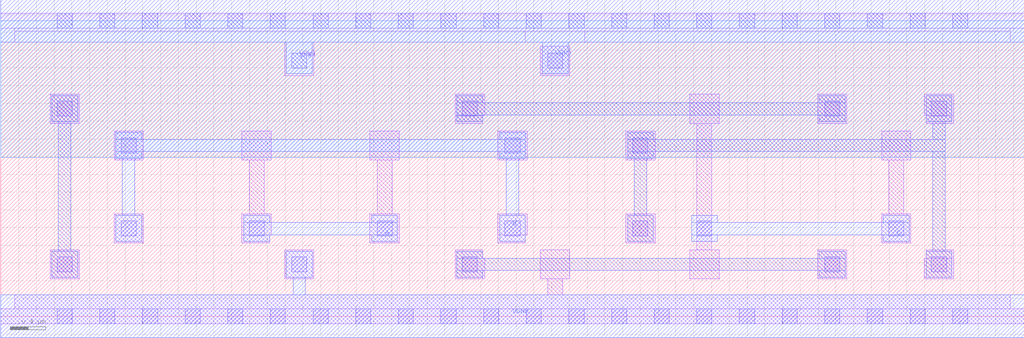
<source format=lef>
VERSION 5.7 ;
  NOWIREEXTENSIONATPIN ON ;
  DIVIDERCHAR "/" ;
  BUSBITCHARS "[]" ;
MACRO SUTHERLAND1989
  CLASS CORE ;
  FOREIGN SUTHERLAND1989 ;
  ORIGIN 0.000 0.000 ;
  SIZE 11.520 BY 3.330 ;
  SYMMETRY X Y ;
  SITE unit ;
  PIN A
    ANTENNAGATEAREA 0.378000 ;
    PORT
      LAYER met1 ;
        RECT 2.735 1.060 3.025 1.135 ;
        RECT 4.175 1.060 4.465 1.135 ;
        RECT 2.735 0.920 4.465 1.060 ;
        RECT 2.735 0.845 3.025 0.920 ;
        RECT 4.175 0.845 4.465 0.920 ;
    END
  END A
  PIN B
    ANTENNAGATEAREA 0.378000 ;
    PORT
      LAYER met1 ;
        RECT 1.295 1.995 1.585 2.070 ;
        RECT 5.615 1.995 5.905 2.070 ;
        RECT 1.295 1.855 5.905 1.995 ;
        RECT 1.295 1.780 1.585 1.855 ;
        RECT 5.615 1.780 5.905 1.855 ;
        RECT 1.370 1.135 1.510 1.780 ;
        RECT 5.690 1.135 5.830 1.780 ;
        RECT 1.295 0.845 1.585 1.135 ;
        RECT 5.615 0.845 5.905 1.135 ;
    END
  END B
  PIN C
    ANTENNAGATEAREA 0.189000 ;
    ANTENNADIFFAREA 1.031650 ;
    PORT
      LAYER met1 ;
        RECT 7.775 1.060 8.065 1.135 ;
        RECT 9.935 1.060 10.225 1.135 ;
        RECT 7.775 0.920 10.225 1.060 ;
        RECT 7.775 0.845 8.065 0.920 ;
        RECT 9.935 0.845 10.225 0.920 ;
    END
  END C
  PIN VGND
    ANTENNADIFFAREA 1.124200 ;
    PORT
      LAYER met1 ;
        RECT 3.215 0.440 3.505 0.730 ;
        RECT 3.290 0.240 3.430 0.440 ;
        RECT 0.000 -0.240 11.520 0.240 ;
    END
    PORT
      LAYER met1 ;
        RECT 0.000 3.090 11.520 3.570 ;
        RECT 3.215 2.735 3.505 3.090 ;
        RECT 6.095 2.735 6.385 3.090 ;
    END
  END VGND
  PIN VPWR
    ANTENNADIFFAREA 1.083600 ;
    PORT
      LAYER li1 ;
        RECT 0.000 3.245 11.520 3.415 ;
        RECT 0.155 3.215 11.365 3.245 ;
        RECT 0.155 3.090 5.905 3.215 ;
        RECT 6.575 3.090 11.365 3.215 ;
        RECT 3.195 2.715 3.525 3.090 ;
      LAYER mcon ;
        RECT 0.635 3.245 0.805 3.415 ;
        RECT 1.115 3.245 1.285 3.415 ;
        RECT 1.595 3.245 1.765 3.415 ;
        RECT 2.075 3.245 2.245 3.415 ;
        RECT 2.555 3.245 2.725 3.415 ;
        RECT 3.035 3.245 3.205 3.415 ;
        RECT 3.515 3.245 3.685 3.415 ;
        RECT 3.995 3.245 4.165 3.415 ;
        RECT 4.475 3.245 4.645 3.415 ;
        RECT 4.955 3.245 5.125 3.415 ;
        RECT 5.435 3.245 5.605 3.415 ;
        RECT 5.915 3.245 6.085 3.415 ;
        RECT 6.395 3.245 6.565 3.415 ;
        RECT 6.875 3.245 7.045 3.415 ;
        RECT 7.355 3.245 7.525 3.415 ;
        RECT 7.835 3.245 8.005 3.415 ;
        RECT 8.315 3.245 8.485 3.415 ;
        RECT 8.795 3.245 8.965 3.415 ;
        RECT 9.275 3.245 9.445 3.415 ;
        RECT 9.755 3.245 9.925 3.415 ;
        RECT 10.235 3.245 10.405 3.415 ;
        RECT 10.715 3.245 10.885 3.415 ;
        RECT 3.275 2.795 3.445 2.965 ;
    END
  END VPWR
  OBS
      LAYER nwell ;
        RECT 0.000 1.790 11.520 3.330 ;
      LAYER li1 ;
        RECT 6.075 2.715 6.405 3.045 ;
        RECT 0.555 2.175 0.885 2.505 ;
        RECT 5.115 2.260 5.445 2.505 ;
        RECT 5.115 2.175 5.425 2.260 ;
        RECT 7.755 2.175 8.085 2.505 ;
        RECT 9.195 2.175 9.525 2.505 ;
        RECT 10.395 2.260 10.725 2.505 ;
        RECT 10.415 2.175 10.725 2.260 ;
        RECT 1.275 1.760 1.605 2.090 ;
        RECT 2.715 1.760 3.045 2.090 ;
        RECT 4.155 1.760 4.485 2.090 ;
        RECT 5.595 1.760 5.925 2.090 ;
        RECT 7.035 1.760 7.365 2.090 ;
        RECT 2.795 1.155 2.965 1.760 ;
        RECT 4.235 1.155 4.405 1.760 ;
        RECT 1.275 0.825 1.605 1.155 ;
        RECT 2.715 0.920 3.045 1.155 ;
        RECT 2.715 0.825 3.025 0.920 ;
        RECT 4.155 0.825 4.485 1.155 ;
        RECT 5.595 0.920 5.925 1.155 ;
        RECT 5.595 0.825 5.905 0.920 ;
        RECT 7.035 0.825 7.365 1.155 ;
        RECT 7.835 0.750 8.005 2.175 ;
        RECT 9.915 1.760 10.245 2.090 ;
        RECT 9.995 1.155 10.165 1.760 ;
        RECT 9.915 0.825 10.245 1.155 ;
        RECT 0.555 0.420 0.885 0.750 ;
        RECT 3.195 0.420 3.525 0.750 ;
        RECT 5.115 0.655 5.425 0.750 ;
        RECT 5.115 0.420 5.445 0.655 ;
        RECT 6.075 0.420 6.405 0.750 ;
        RECT 7.755 0.420 8.085 0.750 ;
        RECT 9.195 0.420 9.525 0.750 ;
        RECT 10.415 0.655 10.725 0.750 ;
        RECT 10.395 0.420 10.725 0.655 ;
        RECT 6.155 0.240 6.325 0.420 ;
        RECT 0.155 0.085 11.365 0.240 ;
        RECT 0.000 -0.085 11.520 0.085 ;
      LAYER mcon ;
        RECT 6.155 2.795 6.325 2.965 ;
        RECT 0.635 2.255 0.805 2.425 ;
        RECT 5.195 2.255 5.365 2.425 ;
        RECT 9.275 2.255 9.445 2.425 ;
        RECT 10.475 2.255 10.645 2.425 ;
        RECT 1.355 1.840 1.525 2.010 ;
        RECT 5.675 1.840 5.845 2.010 ;
        RECT 7.115 1.840 7.285 2.010 ;
        RECT 1.355 0.905 1.525 1.075 ;
        RECT 2.795 0.905 2.965 1.075 ;
        RECT 4.235 0.905 4.405 1.075 ;
        RECT 5.675 0.905 5.845 1.075 ;
        RECT 7.115 0.905 7.285 1.075 ;
        RECT 7.835 0.905 8.005 1.075 ;
        RECT 9.995 0.905 10.165 1.075 ;
        RECT 0.635 0.500 0.805 0.670 ;
        RECT 3.275 0.500 3.445 0.670 ;
        RECT 5.195 0.500 5.365 0.670 ;
        RECT 9.275 0.500 9.445 0.670 ;
        RECT 10.475 0.500 10.645 0.670 ;
        RECT 0.635 -0.085 0.805 0.085 ;
        RECT 1.115 -0.085 1.285 0.085 ;
        RECT 1.595 -0.085 1.765 0.085 ;
        RECT 2.075 -0.085 2.245 0.085 ;
        RECT 2.555 -0.085 2.725 0.085 ;
        RECT 3.035 -0.085 3.205 0.085 ;
        RECT 3.515 -0.085 3.685 0.085 ;
        RECT 3.995 -0.085 4.165 0.085 ;
        RECT 4.475 -0.085 4.645 0.085 ;
        RECT 4.955 -0.085 5.125 0.085 ;
        RECT 5.435 -0.085 5.605 0.085 ;
        RECT 5.915 -0.085 6.085 0.085 ;
        RECT 6.395 -0.085 6.565 0.085 ;
        RECT 6.875 -0.085 7.045 0.085 ;
        RECT 7.355 -0.085 7.525 0.085 ;
        RECT 7.835 -0.085 8.005 0.085 ;
        RECT 8.315 -0.085 8.485 0.085 ;
        RECT 8.795 -0.085 8.965 0.085 ;
        RECT 9.275 -0.085 9.445 0.085 ;
        RECT 9.755 -0.085 9.925 0.085 ;
        RECT 10.235 -0.085 10.405 0.085 ;
        RECT 10.715 -0.085 10.885 0.085 ;
      LAYER met1 ;
        RECT 0.575 2.195 0.865 2.485 ;
        RECT 5.135 2.410 5.425 2.485 ;
        RECT 9.215 2.410 9.505 2.485 ;
        RECT 5.135 2.270 9.505 2.410 ;
        RECT 5.135 2.195 5.425 2.270 ;
        RECT 9.215 2.195 9.505 2.270 ;
        RECT 10.415 2.195 10.705 2.485 ;
        RECT 0.650 0.730 0.790 2.195 ;
        RECT 7.055 1.995 7.345 2.070 ;
        RECT 10.490 1.995 10.630 2.195 ;
        RECT 7.055 1.855 10.630 1.995 ;
        RECT 7.055 1.780 7.345 1.855 ;
        RECT 7.130 1.135 7.270 1.780 ;
        RECT 7.055 0.845 7.345 1.135 ;
        RECT 10.490 0.730 10.630 1.855 ;
        RECT 0.575 0.440 0.865 0.730 ;
        RECT 5.135 0.655 5.425 0.730 ;
        RECT 9.215 0.655 9.505 0.730 ;
        RECT 5.135 0.515 9.505 0.655 ;
        RECT 5.135 0.440 5.425 0.515 ;
        RECT 9.215 0.440 9.505 0.515 ;
        RECT 10.415 0.440 10.705 0.730 ;
  END
END SUTHERLAND1989
END LIBRARY


</source>
